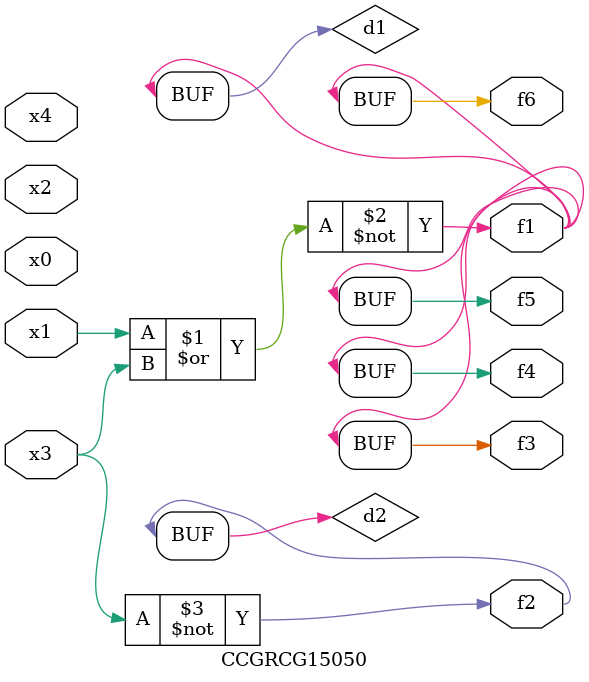
<source format=v>
module CCGRCG15050(
	input x0, x1, x2, x3, x4,
	output f1, f2, f3, f4, f5, f6
);

	wire d1, d2;

	nor (d1, x1, x3);
	not (d2, x3);
	assign f1 = d1;
	assign f2 = d2;
	assign f3 = d1;
	assign f4 = d1;
	assign f5 = d1;
	assign f6 = d1;
endmodule

</source>
